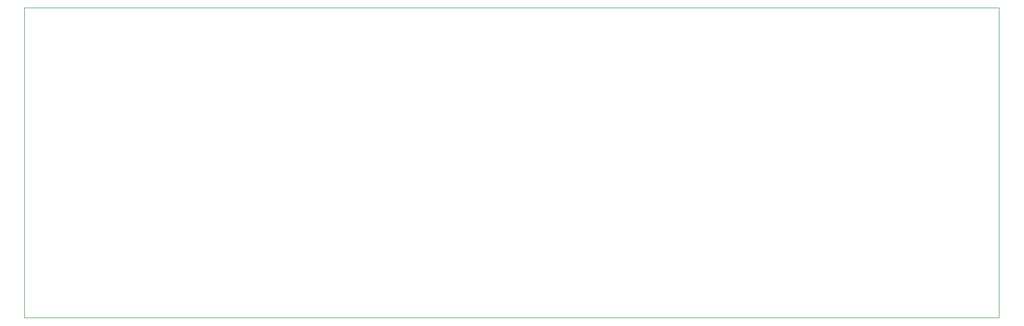
<source format=gbr>
%TF.GenerationSoftware,KiCad,Pcbnew,(6.0.7)*%
%TF.CreationDate,2022-09-03T19:18:48+08:00*%
%TF.ProjectId,Joker60_v2,4a6f6b65-7236-4305-9f76-322e6b696361,1.0*%
%TF.SameCoordinates,Original*%
%TF.FileFunction,Profile,NP*%
%FSLAX46Y46*%
G04 Gerber Fmt 4.6, Leading zero omitted, Abs format (unit mm)*
G04 Created by KiCad (PCBNEW (6.0.7)) date 2022-09-03 19:18:48*
%MOMM*%
%LPD*%
G01*
G04 APERTURE LIST*
%TA.AperFunction,Profile*%
%ADD10C,0.200000*%
%TD*%
G04 APERTURE END LIST*
D10*
X34036000Y-140843000D02*
X356616000Y-140843000D01*
X356616000Y-140843000D02*
X356616000Y-243713000D01*
X356616000Y-243713000D02*
X34036000Y-243713000D01*
X34036000Y-243713000D02*
X34036000Y-140843000D01*
M02*

</source>
